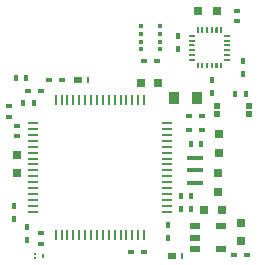
<source format=gtp>
G04 #@! TF.GenerationSoftware,KiCad,Pcbnew,(6.0.0-rc1-dev-1481-g5e705347b)*
G04 #@! TF.CreationDate,2019-02-23T13:38:53+00:00
G04 #@! TF.ProjectId,qUarkNano_9250,71556172-6b4e-4616-9e6f-5f393235302e,rev?*
G04 #@! TF.SameCoordinates,Original*
G04 #@! TF.FileFunction,Paste,Top*
G04 #@! TF.FilePolarity,Positive*
%FSLAX46Y46*%
G04 Gerber Fmt 4.6, Leading zero omitted, Abs format (unit mm)*
G04 Created by KiCad (PCBNEW (6.0.0-rc1-dev-1481-g5e705347b)) date 23/02/2019 13:38:53*
%MOMM*%
%LPD*%
G04 APERTURE LIST*
%ADD10R,0.756000X0.522000*%
%ADD11R,0.273600X0.522000*%
%ADD12R,0.450000X0.540000*%
%ADD13C,0.100000*%
%ADD14C,0.180000*%
%ADD15R,0.360000X0.540000*%
%ADD16R,0.540000X0.450000*%
%ADD17R,0.495000X0.495000*%
%ADD18R,0.225000X0.900000*%
%ADD19R,0.900000X0.225000*%
%ADD20R,1.440000X0.360000*%
%ADD21R,0.720000X0.720000*%
%ADD22R,0.540000X0.360000*%
%ADD23R,0.675000X0.720000*%
%ADD24R,0.720000X0.675000*%
%ADD25R,0.954000X0.585000*%
%ADD26R,0.450000X0.315000*%
%ADD27R,0.900000X1.125000*%
%ADD28R,0.225000X0.450000*%
%ADD29R,0.225000X0.135000*%
G04 APERTURE END LIST*
D10*
X141618420Y-92671900D03*
D11*
X142398396Y-92671900D03*
D10*
X149588024Y-107530900D03*
D11*
X150368000Y-107530900D03*
D12*
X150070801Y-88935201D03*
X150070801Y-90035201D03*
X152920801Y-93776800D03*
X152920801Y-92676800D03*
D13*
G36*
X151770212Y-88187918D02*
G01*
X151774580Y-88188566D01*
X151778864Y-88189639D01*
X151783022Y-88191126D01*
X151787014Y-88193015D01*
X151790802Y-88195285D01*
X151794349Y-88197916D01*
X151797621Y-88200881D01*
X151800586Y-88204153D01*
X151803217Y-88207700D01*
X151805487Y-88211488D01*
X151807376Y-88215480D01*
X151808863Y-88219638D01*
X151809936Y-88223922D01*
X151810584Y-88228290D01*
X151810801Y-88232701D01*
X151810801Y-88637701D01*
X151810584Y-88642112D01*
X151809936Y-88646480D01*
X151808863Y-88650764D01*
X151807376Y-88654922D01*
X151805487Y-88658914D01*
X151803217Y-88662702D01*
X151800586Y-88666249D01*
X151797621Y-88669521D01*
X151794349Y-88672486D01*
X151790802Y-88675117D01*
X151787014Y-88677387D01*
X151783022Y-88679276D01*
X151778864Y-88680763D01*
X151774580Y-88681836D01*
X151770212Y-88682484D01*
X151765801Y-88682701D01*
X151675801Y-88682701D01*
X151671390Y-88682484D01*
X151667022Y-88681836D01*
X151662738Y-88680763D01*
X151658580Y-88679276D01*
X151654588Y-88677387D01*
X151650800Y-88675117D01*
X151647253Y-88672486D01*
X151643981Y-88669521D01*
X151641016Y-88666249D01*
X151638385Y-88662702D01*
X151636115Y-88658914D01*
X151634226Y-88654922D01*
X151632739Y-88650764D01*
X151631666Y-88646480D01*
X151631018Y-88642112D01*
X151630801Y-88637701D01*
X151630801Y-88232701D01*
X151631018Y-88228290D01*
X151631666Y-88223922D01*
X151632739Y-88219638D01*
X151634226Y-88215480D01*
X151636115Y-88211488D01*
X151638385Y-88207700D01*
X151641016Y-88204153D01*
X151643981Y-88200881D01*
X151647253Y-88197916D01*
X151650800Y-88195285D01*
X151654588Y-88193015D01*
X151658580Y-88191126D01*
X151662738Y-88189639D01*
X151667022Y-88188566D01*
X151671390Y-88187918D01*
X151675801Y-88187701D01*
X151765801Y-88187701D01*
X151770212Y-88187918D01*
X151770212Y-88187918D01*
G37*
D14*
X151720801Y-88435201D03*
D13*
G36*
X152170212Y-88187918D02*
G01*
X152174580Y-88188566D01*
X152178864Y-88189639D01*
X152183022Y-88191126D01*
X152187014Y-88193015D01*
X152190802Y-88195285D01*
X152194349Y-88197916D01*
X152197621Y-88200881D01*
X152200586Y-88204153D01*
X152203217Y-88207700D01*
X152205487Y-88211488D01*
X152207376Y-88215480D01*
X152208863Y-88219638D01*
X152209936Y-88223922D01*
X152210584Y-88228290D01*
X152210801Y-88232701D01*
X152210801Y-88637701D01*
X152210584Y-88642112D01*
X152209936Y-88646480D01*
X152208863Y-88650764D01*
X152207376Y-88654922D01*
X152205487Y-88658914D01*
X152203217Y-88662702D01*
X152200586Y-88666249D01*
X152197621Y-88669521D01*
X152194349Y-88672486D01*
X152190802Y-88675117D01*
X152187014Y-88677387D01*
X152183022Y-88679276D01*
X152178864Y-88680763D01*
X152174580Y-88681836D01*
X152170212Y-88682484D01*
X152165801Y-88682701D01*
X152075801Y-88682701D01*
X152071390Y-88682484D01*
X152067022Y-88681836D01*
X152062738Y-88680763D01*
X152058580Y-88679276D01*
X152054588Y-88677387D01*
X152050800Y-88675117D01*
X152047253Y-88672486D01*
X152043981Y-88669521D01*
X152041016Y-88666249D01*
X152038385Y-88662702D01*
X152036115Y-88658914D01*
X152034226Y-88654922D01*
X152032739Y-88650764D01*
X152031666Y-88646480D01*
X152031018Y-88642112D01*
X152030801Y-88637701D01*
X152030801Y-88232701D01*
X152031018Y-88228290D01*
X152031666Y-88223922D01*
X152032739Y-88219638D01*
X152034226Y-88215480D01*
X152036115Y-88211488D01*
X152038385Y-88207700D01*
X152041016Y-88204153D01*
X152043981Y-88200881D01*
X152047253Y-88197916D01*
X152050800Y-88195285D01*
X152054588Y-88193015D01*
X152058580Y-88191126D01*
X152062738Y-88189639D01*
X152067022Y-88188566D01*
X152071390Y-88187918D01*
X152075801Y-88187701D01*
X152165801Y-88187701D01*
X152170212Y-88187918D01*
X152170212Y-88187918D01*
G37*
D14*
X152120801Y-88435201D03*
D13*
G36*
X152570212Y-88187918D02*
G01*
X152574580Y-88188566D01*
X152578864Y-88189639D01*
X152583022Y-88191126D01*
X152587014Y-88193015D01*
X152590802Y-88195285D01*
X152594349Y-88197916D01*
X152597621Y-88200881D01*
X152600586Y-88204153D01*
X152603217Y-88207700D01*
X152605487Y-88211488D01*
X152607376Y-88215480D01*
X152608863Y-88219638D01*
X152609936Y-88223922D01*
X152610584Y-88228290D01*
X152610801Y-88232701D01*
X152610801Y-88637701D01*
X152610584Y-88642112D01*
X152609936Y-88646480D01*
X152608863Y-88650764D01*
X152607376Y-88654922D01*
X152605487Y-88658914D01*
X152603217Y-88662702D01*
X152600586Y-88666249D01*
X152597621Y-88669521D01*
X152594349Y-88672486D01*
X152590802Y-88675117D01*
X152587014Y-88677387D01*
X152583022Y-88679276D01*
X152578864Y-88680763D01*
X152574580Y-88681836D01*
X152570212Y-88682484D01*
X152565801Y-88682701D01*
X152475801Y-88682701D01*
X152471390Y-88682484D01*
X152467022Y-88681836D01*
X152462738Y-88680763D01*
X152458580Y-88679276D01*
X152454588Y-88677387D01*
X152450800Y-88675117D01*
X152447253Y-88672486D01*
X152443981Y-88669521D01*
X152441016Y-88666249D01*
X152438385Y-88662702D01*
X152436115Y-88658914D01*
X152434226Y-88654922D01*
X152432739Y-88650764D01*
X152431666Y-88646480D01*
X152431018Y-88642112D01*
X152430801Y-88637701D01*
X152430801Y-88232701D01*
X152431018Y-88228290D01*
X152431666Y-88223922D01*
X152432739Y-88219638D01*
X152434226Y-88215480D01*
X152436115Y-88211488D01*
X152438385Y-88207700D01*
X152441016Y-88204153D01*
X152443981Y-88200881D01*
X152447253Y-88197916D01*
X152450800Y-88195285D01*
X152454588Y-88193015D01*
X152458580Y-88191126D01*
X152462738Y-88189639D01*
X152467022Y-88188566D01*
X152471390Y-88187918D01*
X152475801Y-88187701D01*
X152565801Y-88187701D01*
X152570212Y-88187918D01*
X152570212Y-88187918D01*
G37*
D14*
X152520801Y-88435201D03*
D13*
G36*
X152970212Y-88187918D02*
G01*
X152974580Y-88188566D01*
X152978864Y-88189639D01*
X152983022Y-88191126D01*
X152987014Y-88193015D01*
X152990802Y-88195285D01*
X152994349Y-88197916D01*
X152997621Y-88200881D01*
X153000586Y-88204153D01*
X153003217Y-88207700D01*
X153005487Y-88211488D01*
X153007376Y-88215480D01*
X153008863Y-88219638D01*
X153009936Y-88223922D01*
X153010584Y-88228290D01*
X153010801Y-88232701D01*
X153010801Y-88637701D01*
X153010584Y-88642112D01*
X153009936Y-88646480D01*
X153008863Y-88650764D01*
X153007376Y-88654922D01*
X153005487Y-88658914D01*
X153003217Y-88662702D01*
X153000586Y-88666249D01*
X152997621Y-88669521D01*
X152994349Y-88672486D01*
X152990802Y-88675117D01*
X152987014Y-88677387D01*
X152983022Y-88679276D01*
X152978864Y-88680763D01*
X152974580Y-88681836D01*
X152970212Y-88682484D01*
X152965801Y-88682701D01*
X152875801Y-88682701D01*
X152871390Y-88682484D01*
X152867022Y-88681836D01*
X152862738Y-88680763D01*
X152858580Y-88679276D01*
X152854588Y-88677387D01*
X152850800Y-88675117D01*
X152847253Y-88672486D01*
X152843981Y-88669521D01*
X152841016Y-88666249D01*
X152838385Y-88662702D01*
X152836115Y-88658914D01*
X152834226Y-88654922D01*
X152832739Y-88650764D01*
X152831666Y-88646480D01*
X152831018Y-88642112D01*
X152830801Y-88637701D01*
X152830801Y-88232701D01*
X152831018Y-88228290D01*
X152831666Y-88223922D01*
X152832739Y-88219638D01*
X152834226Y-88215480D01*
X152836115Y-88211488D01*
X152838385Y-88207700D01*
X152841016Y-88204153D01*
X152843981Y-88200881D01*
X152847253Y-88197916D01*
X152850800Y-88195285D01*
X152854588Y-88193015D01*
X152858580Y-88191126D01*
X152862738Y-88189639D01*
X152867022Y-88188566D01*
X152871390Y-88187918D01*
X152875801Y-88187701D01*
X152965801Y-88187701D01*
X152970212Y-88187918D01*
X152970212Y-88187918D01*
G37*
D14*
X152920801Y-88435201D03*
D13*
G36*
X153370212Y-88187918D02*
G01*
X153374580Y-88188566D01*
X153378864Y-88189639D01*
X153383022Y-88191126D01*
X153387014Y-88193015D01*
X153390802Y-88195285D01*
X153394349Y-88197916D01*
X153397621Y-88200881D01*
X153400586Y-88204153D01*
X153403217Y-88207700D01*
X153405487Y-88211488D01*
X153407376Y-88215480D01*
X153408863Y-88219638D01*
X153409936Y-88223922D01*
X153410584Y-88228290D01*
X153410801Y-88232701D01*
X153410801Y-88637701D01*
X153410584Y-88642112D01*
X153409936Y-88646480D01*
X153408863Y-88650764D01*
X153407376Y-88654922D01*
X153405487Y-88658914D01*
X153403217Y-88662702D01*
X153400586Y-88666249D01*
X153397621Y-88669521D01*
X153394349Y-88672486D01*
X153390802Y-88675117D01*
X153387014Y-88677387D01*
X153383022Y-88679276D01*
X153378864Y-88680763D01*
X153374580Y-88681836D01*
X153370212Y-88682484D01*
X153365801Y-88682701D01*
X153275801Y-88682701D01*
X153271390Y-88682484D01*
X153267022Y-88681836D01*
X153262738Y-88680763D01*
X153258580Y-88679276D01*
X153254588Y-88677387D01*
X153250800Y-88675117D01*
X153247253Y-88672486D01*
X153243981Y-88669521D01*
X153241016Y-88666249D01*
X153238385Y-88662702D01*
X153236115Y-88658914D01*
X153234226Y-88654922D01*
X153232739Y-88650764D01*
X153231666Y-88646480D01*
X153231018Y-88642112D01*
X153230801Y-88637701D01*
X153230801Y-88232701D01*
X153231018Y-88228290D01*
X153231666Y-88223922D01*
X153232739Y-88219638D01*
X153234226Y-88215480D01*
X153236115Y-88211488D01*
X153238385Y-88207700D01*
X153241016Y-88204153D01*
X153243981Y-88200881D01*
X153247253Y-88197916D01*
X153250800Y-88195285D01*
X153254588Y-88193015D01*
X153258580Y-88191126D01*
X153262738Y-88189639D01*
X153267022Y-88188566D01*
X153271390Y-88187918D01*
X153275801Y-88187701D01*
X153365801Y-88187701D01*
X153370212Y-88187918D01*
X153370212Y-88187918D01*
G37*
D14*
X153320801Y-88435201D03*
D13*
G36*
X153770212Y-88187918D02*
G01*
X153774580Y-88188566D01*
X153778864Y-88189639D01*
X153783022Y-88191126D01*
X153787014Y-88193015D01*
X153790802Y-88195285D01*
X153794349Y-88197916D01*
X153797621Y-88200881D01*
X153800586Y-88204153D01*
X153803217Y-88207700D01*
X153805487Y-88211488D01*
X153807376Y-88215480D01*
X153808863Y-88219638D01*
X153809936Y-88223922D01*
X153810584Y-88228290D01*
X153810801Y-88232701D01*
X153810801Y-88637701D01*
X153810584Y-88642112D01*
X153809936Y-88646480D01*
X153808863Y-88650764D01*
X153807376Y-88654922D01*
X153805487Y-88658914D01*
X153803217Y-88662702D01*
X153800586Y-88666249D01*
X153797621Y-88669521D01*
X153794349Y-88672486D01*
X153790802Y-88675117D01*
X153787014Y-88677387D01*
X153783022Y-88679276D01*
X153778864Y-88680763D01*
X153774580Y-88681836D01*
X153770212Y-88682484D01*
X153765801Y-88682701D01*
X153675801Y-88682701D01*
X153671390Y-88682484D01*
X153667022Y-88681836D01*
X153662738Y-88680763D01*
X153658580Y-88679276D01*
X153654588Y-88677387D01*
X153650800Y-88675117D01*
X153647253Y-88672486D01*
X153643981Y-88669521D01*
X153641016Y-88666249D01*
X153638385Y-88662702D01*
X153636115Y-88658914D01*
X153634226Y-88654922D01*
X153632739Y-88650764D01*
X153631666Y-88646480D01*
X153631018Y-88642112D01*
X153630801Y-88637701D01*
X153630801Y-88232701D01*
X153631018Y-88228290D01*
X153631666Y-88223922D01*
X153632739Y-88219638D01*
X153634226Y-88215480D01*
X153636115Y-88211488D01*
X153638385Y-88207700D01*
X153641016Y-88204153D01*
X153643981Y-88200881D01*
X153647253Y-88197916D01*
X153650800Y-88195285D01*
X153654588Y-88193015D01*
X153658580Y-88191126D01*
X153662738Y-88189639D01*
X153667022Y-88188566D01*
X153671390Y-88187918D01*
X153675801Y-88187701D01*
X153765801Y-88187701D01*
X153770212Y-88187918D01*
X153770212Y-88187918D01*
G37*
D14*
X153720801Y-88435201D03*
D13*
G36*
X154427712Y-88845418D02*
G01*
X154432080Y-88846066D01*
X154436364Y-88847139D01*
X154440522Y-88848626D01*
X154444514Y-88850515D01*
X154448302Y-88852785D01*
X154451849Y-88855416D01*
X154455121Y-88858381D01*
X154458086Y-88861653D01*
X154460717Y-88865200D01*
X154462987Y-88868988D01*
X154464876Y-88872980D01*
X154466363Y-88877138D01*
X154467436Y-88881422D01*
X154468084Y-88885790D01*
X154468301Y-88890201D01*
X154468301Y-88980201D01*
X154468084Y-88984612D01*
X154467436Y-88988980D01*
X154466363Y-88993264D01*
X154464876Y-88997422D01*
X154462987Y-89001414D01*
X154460717Y-89005202D01*
X154458086Y-89008749D01*
X154455121Y-89012021D01*
X154451849Y-89014986D01*
X154448302Y-89017617D01*
X154444514Y-89019887D01*
X154440522Y-89021776D01*
X154436364Y-89023263D01*
X154432080Y-89024336D01*
X154427712Y-89024984D01*
X154423301Y-89025201D01*
X154018301Y-89025201D01*
X154013890Y-89024984D01*
X154009522Y-89024336D01*
X154005238Y-89023263D01*
X154001080Y-89021776D01*
X153997088Y-89019887D01*
X153993300Y-89017617D01*
X153989753Y-89014986D01*
X153986481Y-89012021D01*
X153983516Y-89008749D01*
X153980885Y-89005202D01*
X153978615Y-89001414D01*
X153976726Y-88997422D01*
X153975239Y-88993264D01*
X153974166Y-88988980D01*
X153973518Y-88984612D01*
X153973301Y-88980201D01*
X153973301Y-88890201D01*
X153973518Y-88885790D01*
X153974166Y-88881422D01*
X153975239Y-88877138D01*
X153976726Y-88872980D01*
X153978615Y-88868988D01*
X153980885Y-88865200D01*
X153983516Y-88861653D01*
X153986481Y-88858381D01*
X153989753Y-88855416D01*
X153993300Y-88852785D01*
X153997088Y-88850515D01*
X154001080Y-88848626D01*
X154005238Y-88847139D01*
X154009522Y-88846066D01*
X154013890Y-88845418D01*
X154018301Y-88845201D01*
X154423301Y-88845201D01*
X154427712Y-88845418D01*
X154427712Y-88845418D01*
G37*
D14*
X154220801Y-88935201D03*
D13*
G36*
X154427712Y-89245418D02*
G01*
X154432080Y-89246066D01*
X154436364Y-89247139D01*
X154440522Y-89248626D01*
X154444514Y-89250515D01*
X154448302Y-89252785D01*
X154451849Y-89255416D01*
X154455121Y-89258381D01*
X154458086Y-89261653D01*
X154460717Y-89265200D01*
X154462987Y-89268988D01*
X154464876Y-89272980D01*
X154466363Y-89277138D01*
X154467436Y-89281422D01*
X154468084Y-89285790D01*
X154468301Y-89290201D01*
X154468301Y-89380201D01*
X154468084Y-89384612D01*
X154467436Y-89388980D01*
X154466363Y-89393264D01*
X154464876Y-89397422D01*
X154462987Y-89401414D01*
X154460717Y-89405202D01*
X154458086Y-89408749D01*
X154455121Y-89412021D01*
X154451849Y-89414986D01*
X154448302Y-89417617D01*
X154444514Y-89419887D01*
X154440522Y-89421776D01*
X154436364Y-89423263D01*
X154432080Y-89424336D01*
X154427712Y-89424984D01*
X154423301Y-89425201D01*
X154018301Y-89425201D01*
X154013890Y-89424984D01*
X154009522Y-89424336D01*
X154005238Y-89423263D01*
X154001080Y-89421776D01*
X153997088Y-89419887D01*
X153993300Y-89417617D01*
X153989753Y-89414986D01*
X153986481Y-89412021D01*
X153983516Y-89408749D01*
X153980885Y-89405202D01*
X153978615Y-89401414D01*
X153976726Y-89397422D01*
X153975239Y-89393264D01*
X153974166Y-89388980D01*
X153973518Y-89384612D01*
X153973301Y-89380201D01*
X153973301Y-89290201D01*
X153973518Y-89285790D01*
X153974166Y-89281422D01*
X153975239Y-89277138D01*
X153976726Y-89272980D01*
X153978615Y-89268988D01*
X153980885Y-89265200D01*
X153983516Y-89261653D01*
X153986481Y-89258381D01*
X153989753Y-89255416D01*
X153993300Y-89252785D01*
X153997088Y-89250515D01*
X154001080Y-89248626D01*
X154005238Y-89247139D01*
X154009522Y-89246066D01*
X154013890Y-89245418D01*
X154018301Y-89245201D01*
X154423301Y-89245201D01*
X154427712Y-89245418D01*
X154427712Y-89245418D01*
G37*
D14*
X154220801Y-89335201D03*
D13*
G36*
X154427712Y-89645418D02*
G01*
X154432080Y-89646066D01*
X154436364Y-89647139D01*
X154440522Y-89648626D01*
X154444514Y-89650515D01*
X154448302Y-89652785D01*
X154451849Y-89655416D01*
X154455121Y-89658381D01*
X154458086Y-89661653D01*
X154460717Y-89665200D01*
X154462987Y-89668988D01*
X154464876Y-89672980D01*
X154466363Y-89677138D01*
X154467436Y-89681422D01*
X154468084Y-89685790D01*
X154468301Y-89690201D01*
X154468301Y-89780201D01*
X154468084Y-89784612D01*
X154467436Y-89788980D01*
X154466363Y-89793264D01*
X154464876Y-89797422D01*
X154462987Y-89801414D01*
X154460717Y-89805202D01*
X154458086Y-89808749D01*
X154455121Y-89812021D01*
X154451849Y-89814986D01*
X154448302Y-89817617D01*
X154444514Y-89819887D01*
X154440522Y-89821776D01*
X154436364Y-89823263D01*
X154432080Y-89824336D01*
X154427712Y-89824984D01*
X154423301Y-89825201D01*
X154018301Y-89825201D01*
X154013890Y-89824984D01*
X154009522Y-89824336D01*
X154005238Y-89823263D01*
X154001080Y-89821776D01*
X153997088Y-89819887D01*
X153993300Y-89817617D01*
X153989753Y-89814986D01*
X153986481Y-89812021D01*
X153983516Y-89808749D01*
X153980885Y-89805202D01*
X153978615Y-89801414D01*
X153976726Y-89797422D01*
X153975239Y-89793264D01*
X153974166Y-89788980D01*
X153973518Y-89784612D01*
X153973301Y-89780201D01*
X153973301Y-89690201D01*
X153973518Y-89685790D01*
X153974166Y-89681422D01*
X153975239Y-89677138D01*
X153976726Y-89672980D01*
X153978615Y-89668988D01*
X153980885Y-89665200D01*
X153983516Y-89661653D01*
X153986481Y-89658381D01*
X153989753Y-89655416D01*
X153993300Y-89652785D01*
X153997088Y-89650515D01*
X154001080Y-89648626D01*
X154005238Y-89647139D01*
X154009522Y-89646066D01*
X154013890Y-89645418D01*
X154018301Y-89645201D01*
X154423301Y-89645201D01*
X154427712Y-89645418D01*
X154427712Y-89645418D01*
G37*
D14*
X154220801Y-89735201D03*
D13*
G36*
X154427712Y-90045418D02*
G01*
X154432080Y-90046066D01*
X154436364Y-90047139D01*
X154440522Y-90048626D01*
X154444514Y-90050515D01*
X154448302Y-90052785D01*
X154451849Y-90055416D01*
X154455121Y-90058381D01*
X154458086Y-90061653D01*
X154460717Y-90065200D01*
X154462987Y-90068988D01*
X154464876Y-90072980D01*
X154466363Y-90077138D01*
X154467436Y-90081422D01*
X154468084Y-90085790D01*
X154468301Y-90090201D01*
X154468301Y-90180201D01*
X154468084Y-90184612D01*
X154467436Y-90188980D01*
X154466363Y-90193264D01*
X154464876Y-90197422D01*
X154462987Y-90201414D01*
X154460717Y-90205202D01*
X154458086Y-90208749D01*
X154455121Y-90212021D01*
X154451849Y-90214986D01*
X154448302Y-90217617D01*
X154444514Y-90219887D01*
X154440522Y-90221776D01*
X154436364Y-90223263D01*
X154432080Y-90224336D01*
X154427712Y-90224984D01*
X154423301Y-90225201D01*
X154018301Y-90225201D01*
X154013890Y-90224984D01*
X154009522Y-90224336D01*
X154005238Y-90223263D01*
X154001080Y-90221776D01*
X153997088Y-90219887D01*
X153993300Y-90217617D01*
X153989753Y-90214986D01*
X153986481Y-90212021D01*
X153983516Y-90208749D01*
X153980885Y-90205202D01*
X153978615Y-90201414D01*
X153976726Y-90197422D01*
X153975239Y-90193264D01*
X153974166Y-90188980D01*
X153973518Y-90184612D01*
X153973301Y-90180201D01*
X153973301Y-90090201D01*
X153973518Y-90085790D01*
X153974166Y-90081422D01*
X153975239Y-90077138D01*
X153976726Y-90072980D01*
X153978615Y-90068988D01*
X153980885Y-90065200D01*
X153983516Y-90061653D01*
X153986481Y-90058381D01*
X153989753Y-90055416D01*
X153993300Y-90052785D01*
X153997088Y-90050515D01*
X154001080Y-90048626D01*
X154005238Y-90047139D01*
X154009522Y-90046066D01*
X154013890Y-90045418D01*
X154018301Y-90045201D01*
X154423301Y-90045201D01*
X154427712Y-90045418D01*
X154427712Y-90045418D01*
G37*
D14*
X154220801Y-90135201D03*
D13*
G36*
X154427712Y-90445418D02*
G01*
X154432080Y-90446066D01*
X154436364Y-90447139D01*
X154440522Y-90448626D01*
X154444514Y-90450515D01*
X154448302Y-90452785D01*
X154451849Y-90455416D01*
X154455121Y-90458381D01*
X154458086Y-90461653D01*
X154460717Y-90465200D01*
X154462987Y-90468988D01*
X154464876Y-90472980D01*
X154466363Y-90477138D01*
X154467436Y-90481422D01*
X154468084Y-90485790D01*
X154468301Y-90490201D01*
X154468301Y-90580201D01*
X154468084Y-90584612D01*
X154467436Y-90588980D01*
X154466363Y-90593264D01*
X154464876Y-90597422D01*
X154462987Y-90601414D01*
X154460717Y-90605202D01*
X154458086Y-90608749D01*
X154455121Y-90612021D01*
X154451849Y-90614986D01*
X154448302Y-90617617D01*
X154444514Y-90619887D01*
X154440522Y-90621776D01*
X154436364Y-90623263D01*
X154432080Y-90624336D01*
X154427712Y-90624984D01*
X154423301Y-90625201D01*
X154018301Y-90625201D01*
X154013890Y-90624984D01*
X154009522Y-90624336D01*
X154005238Y-90623263D01*
X154001080Y-90621776D01*
X153997088Y-90619887D01*
X153993300Y-90617617D01*
X153989753Y-90614986D01*
X153986481Y-90612021D01*
X153983516Y-90608749D01*
X153980885Y-90605202D01*
X153978615Y-90601414D01*
X153976726Y-90597422D01*
X153975239Y-90593264D01*
X153974166Y-90588980D01*
X153973518Y-90584612D01*
X153973301Y-90580201D01*
X153973301Y-90490201D01*
X153973518Y-90485790D01*
X153974166Y-90481422D01*
X153975239Y-90477138D01*
X153976726Y-90472980D01*
X153978615Y-90468988D01*
X153980885Y-90465200D01*
X153983516Y-90461653D01*
X153986481Y-90458381D01*
X153989753Y-90455416D01*
X153993300Y-90452785D01*
X153997088Y-90450515D01*
X154001080Y-90448626D01*
X154005238Y-90447139D01*
X154009522Y-90446066D01*
X154013890Y-90445418D01*
X154018301Y-90445201D01*
X154423301Y-90445201D01*
X154427712Y-90445418D01*
X154427712Y-90445418D01*
G37*
D14*
X154220801Y-90535201D03*
D13*
G36*
X154427712Y-90845418D02*
G01*
X154432080Y-90846066D01*
X154436364Y-90847139D01*
X154440522Y-90848626D01*
X154444514Y-90850515D01*
X154448302Y-90852785D01*
X154451849Y-90855416D01*
X154455121Y-90858381D01*
X154458086Y-90861653D01*
X154460717Y-90865200D01*
X154462987Y-90868988D01*
X154464876Y-90872980D01*
X154466363Y-90877138D01*
X154467436Y-90881422D01*
X154468084Y-90885790D01*
X154468301Y-90890201D01*
X154468301Y-90980201D01*
X154468084Y-90984612D01*
X154467436Y-90988980D01*
X154466363Y-90993264D01*
X154464876Y-90997422D01*
X154462987Y-91001414D01*
X154460717Y-91005202D01*
X154458086Y-91008749D01*
X154455121Y-91012021D01*
X154451849Y-91014986D01*
X154448302Y-91017617D01*
X154444514Y-91019887D01*
X154440522Y-91021776D01*
X154436364Y-91023263D01*
X154432080Y-91024336D01*
X154427712Y-91024984D01*
X154423301Y-91025201D01*
X154018301Y-91025201D01*
X154013890Y-91024984D01*
X154009522Y-91024336D01*
X154005238Y-91023263D01*
X154001080Y-91021776D01*
X153997088Y-91019887D01*
X153993300Y-91017617D01*
X153989753Y-91014986D01*
X153986481Y-91012021D01*
X153983516Y-91008749D01*
X153980885Y-91005202D01*
X153978615Y-91001414D01*
X153976726Y-90997422D01*
X153975239Y-90993264D01*
X153974166Y-90988980D01*
X153973518Y-90984612D01*
X153973301Y-90980201D01*
X153973301Y-90890201D01*
X153973518Y-90885790D01*
X153974166Y-90881422D01*
X153975239Y-90877138D01*
X153976726Y-90872980D01*
X153978615Y-90868988D01*
X153980885Y-90865200D01*
X153983516Y-90861653D01*
X153986481Y-90858381D01*
X153989753Y-90855416D01*
X153993300Y-90852785D01*
X153997088Y-90850515D01*
X154001080Y-90848626D01*
X154005238Y-90847139D01*
X154009522Y-90846066D01*
X154013890Y-90845418D01*
X154018301Y-90845201D01*
X154423301Y-90845201D01*
X154427712Y-90845418D01*
X154427712Y-90845418D01*
G37*
D14*
X154220801Y-90935201D03*
D13*
G36*
X153770212Y-91187918D02*
G01*
X153774580Y-91188566D01*
X153778864Y-91189639D01*
X153783022Y-91191126D01*
X153787014Y-91193015D01*
X153790802Y-91195285D01*
X153794349Y-91197916D01*
X153797621Y-91200881D01*
X153800586Y-91204153D01*
X153803217Y-91207700D01*
X153805487Y-91211488D01*
X153807376Y-91215480D01*
X153808863Y-91219638D01*
X153809936Y-91223922D01*
X153810584Y-91228290D01*
X153810801Y-91232701D01*
X153810801Y-91637701D01*
X153810584Y-91642112D01*
X153809936Y-91646480D01*
X153808863Y-91650764D01*
X153807376Y-91654922D01*
X153805487Y-91658914D01*
X153803217Y-91662702D01*
X153800586Y-91666249D01*
X153797621Y-91669521D01*
X153794349Y-91672486D01*
X153790802Y-91675117D01*
X153787014Y-91677387D01*
X153783022Y-91679276D01*
X153778864Y-91680763D01*
X153774580Y-91681836D01*
X153770212Y-91682484D01*
X153765801Y-91682701D01*
X153675801Y-91682701D01*
X153671390Y-91682484D01*
X153667022Y-91681836D01*
X153662738Y-91680763D01*
X153658580Y-91679276D01*
X153654588Y-91677387D01*
X153650800Y-91675117D01*
X153647253Y-91672486D01*
X153643981Y-91669521D01*
X153641016Y-91666249D01*
X153638385Y-91662702D01*
X153636115Y-91658914D01*
X153634226Y-91654922D01*
X153632739Y-91650764D01*
X153631666Y-91646480D01*
X153631018Y-91642112D01*
X153630801Y-91637701D01*
X153630801Y-91232701D01*
X153631018Y-91228290D01*
X153631666Y-91223922D01*
X153632739Y-91219638D01*
X153634226Y-91215480D01*
X153636115Y-91211488D01*
X153638385Y-91207700D01*
X153641016Y-91204153D01*
X153643981Y-91200881D01*
X153647253Y-91197916D01*
X153650800Y-91195285D01*
X153654588Y-91193015D01*
X153658580Y-91191126D01*
X153662738Y-91189639D01*
X153667022Y-91188566D01*
X153671390Y-91187918D01*
X153675801Y-91187701D01*
X153765801Y-91187701D01*
X153770212Y-91187918D01*
X153770212Y-91187918D01*
G37*
D14*
X153720801Y-91435201D03*
D13*
G36*
X153370212Y-91187918D02*
G01*
X153374580Y-91188566D01*
X153378864Y-91189639D01*
X153383022Y-91191126D01*
X153387014Y-91193015D01*
X153390802Y-91195285D01*
X153394349Y-91197916D01*
X153397621Y-91200881D01*
X153400586Y-91204153D01*
X153403217Y-91207700D01*
X153405487Y-91211488D01*
X153407376Y-91215480D01*
X153408863Y-91219638D01*
X153409936Y-91223922D01*
X153410584Y-91228290D01*
X153410801Y-91232701D01*
X153410801Y-91637701D01*
X153410584Y-91642112D01*
X153409936Y-91646480D01*
X153408863Y-91650764D01*
X153407376Y-91654922D01*
X153405487Y-91658914D01*
X153403217Y-91662702D01*
X153400586Y-91666249D01*
X153397621Y-91669521D01*
X153394349Y-91672486D01*
X153390802Y-91675117D01*
X153387014Y-91677387D01*
X153383022Y-91679276D01*
X153378864Y-91680763D01*
X153374580Y-91681836D01*
X153370212Y-91682484D01*
X153365801Y-91682701D01*
X153275801Y-91682701D01*
X153271390Y-91682484D01*
X153267022Y-91681836D01*
X153262738Y-91680763D01*
X153258580Y-91679276D01*
X153254588Y-91677387D01*
X153250800Y-91675117D01*
X153247253Y-91672486D01*
X153243981Y-91669521D01*
X153241016Y-91666249D01*
X153238385Y-91662702D01*
X153236115Y-91658914D01*
X153234226Y-91654922D01*
X153232739Y-91650764D01*
X153231666Y-91646480D01*
X153231018Y-91642112D01*
X153230801Y-91637701D01*
X153230801Y-91232701D01*
X153231018Y-91228290D01*
X153231666Y-91223922D01*
X153232739Y-91219638D01*
X153234226Y-91215480D01*
X153236115Y-91211488D01*
X153238385Y-91207700D01*
X153241016Y-91204153D01*
X153243981Y-91200881D01*
X153247253Y-91197916D01*
X153250800Y-91195285D01*
X153254588Y-91193015D01*
X153258580Y-91191126D01*
X153262738Y-91189639D01*
X153267022Y-91188566D01*
X153271390Y-91187918D01*
X153275801Y-91187701D01*
X153365801Y-91187701D01*
X153370212Y-91187918D01*
X153370212Y-91187918D01*
G37*
D14*
X153320801Y-91435201D03*
D13*
G36*
X152970212Y-91187918D02*
G01*
X152974580Y-91188566D01*
X152978864Y-91189639D01*
X152983022Y-91191126D01*
X152987014Y-91193015D01*
X152990802Y-91195285D01*
X152994349Y-91197916D01*
X152997621Y-91200881D01*
X153000586Y-91204153D01*
X153003217Y-91207700D01*
X153005487Y-91211488D01*
X153007376Y-91215480D01*
X153008863Y-91219638D01*
X153009936Y-91223922D01*
X153010584Y-91228290D01*
X153010801Y-91232701D01*
X153010801Y-91637701D01*
X153010584Y-91642112D01*
X153009936Y-91646480D01*
X153008863Y-91650764D01*
X153007376Y-91654922D01*
X153005487Y-91658914D01*
X153003217Y-91662702D01*
X153000586Y-91666249D01*
X152997621Y-91669521D01*
X152994349Y-91672486D01*
X152990802Y-91675117D01*
X152987014Y-91677387D01*
X152983022Y-91679276D01*
X152978864Y-91680763D01*
X152974580Y-91681836D01*
X152970212Y-91682484D01*
X152965801Y-91682701D01*
X152875801Y-91682701D01*
X152871390Y-91682484D01*
X152867022Y-91681836D01*
X152862738Y-91680763D01*
X152858580Y-91679276D01*
X152854588Y-91677387D01*
X152850800Y-91675117D01*
X152847253Y-91672486D01*
X152843981Y-91669521D01*
X152841016Y-91666249D01*
X152838385Y-91662702D01*
X152836115Y-91658914D01*
X152834226Y-91654922D01*
X152832739Y-91650764D01*
X152831666Y-91646480D01*
X152831018Y-91642112D01*
X152830801Y-91637701D01*
X152830801Y-91232701D01*
X152831018Y-91228290D01*
X152831666Y-91223922D01*
X152832739Y-91219638D01*
X152834226Y-91215480D01*
X152836115Y-91211488D01*
X152838385Y-91207700D01*
X152841016Y-91204153D01*
X152843981Y-91200881D01*
X152847253Y-91197916D01*
X152850800Y-91195285D01*
X152854588Y-91193015D01*
X152858580Y-91191126D01*
X152862738Y-91189639D01*
X152867022Y-91188566D01*
X152871390Y-91187918D01*
X152875801Y-91187701D01*
X152965801Y-91187701D01*
X152970212Y-91187918D01*
X152970212Y-91187918D01*
G37*
D14*
X152920801Y-91435201D03*
D13*
G36*
X152570212Y-91187918D02*
G01*
X152574580Y-91188566D01*
X152578864Y-91189639D01*
X152583022Y-91191126D01*
X152587014Y-91193015D01*
X152590802Y-91195285D01*
X152594349Y-91197916D01*
X152597621Y-91200881D01*
X152600586Y-91204153D01*
X152603217Y-91207700D01*
X152605487Y-91211488D01*
X152607376Y-91215480D01*
X152608863Y-91219638D01*
X152609936Y-91223922D01*
X152610584Y-91228290D01*
X152610801Y-91232701D01*
X152610801Y-91637701D01*
X152610584Y-91642112D01*
X152609936Y-91646480D01*
X152608863Y-91650764D01*
X152607376Y-91654922D01*
X152605487Y-91658914D01*
X152603217Y-91662702D01*
X152600586Y-91666249D01*
X152597621Y-91669521D01*
X152594349Y-91672486D01*
X152590802Y-91675117D01*
X152587014Y-91677387D01*
X152583022Y-91679276D01*
X152578864Y-91680763D01*
X152574580Y-91681836D01*
X152570212Y-91682484D01*
X152565801Y-91682701D01*
X152475801Y-91682701D01*
X152471390Y-91682484D01*
X152467022Y-91681836D01*
X152462738Y-91680763D01*
X152458580Y-91679276D01*
X152454588Y-91677387D01*
X152450800Y-91675117D01*
X152447253Y-91672486D01*
X152443981Y-91669521D01*
X152441016Y-91666249D01*
X152438385Y-91662702D01*
X152436115Y-91658914D01*
X152434226Y-91654922D01*
X152432739Y-91650764D01*
X152431666Y-91646480D01*
X152431018Y-91642112D01*
X152430801Y-91637701D01*
X152430801Y-91232701D01*
X152431018Y-91228290D01*
X152431666Y-91223922D01*
X152432739Y-91219638D01*
X152434226Y-91215480D01*
X152436115Y-91211488D01*
X152438385Y-91207700D01*
X152441016Y-91204153D01*
X152443981Y-91200881D01*
X152447253Y-91197916D01*
X152450800Y-91195285D01*
X152454588Y-91193015D01*
X152458580Y-91191126D01*
X152462738Y-91189639D01*
X152467022Y-91188566D01*
X152471390Y-91187918D01*
X152475801Y-91187701D01*
X152565801Y-91187701D01*
X152570212Y-91187918D01*
X152570212Y-91187918D01*
G37*
D14*
X152520801Y-91435201D03*
D13*
G36*
X152170212Y-91187918D02*
G01*
X152174580Y-91188566D01*
X152178864Y-91189639D01*
X152183022Y-91191126D01*
X152187014Y-91193015D01*
X152190802Y-91195285D01*
X152194349Y-91197916D01*
X152197621Y-91200881D01*
X152200586Y-91204153D01*
X152203217Y-91207700D01*
X152205487Y-91211488D01*
X152207376Y-91215480D01*
X152208863Y-91219638D01*
X152209936Y-91223922D01*
X152210584Y-91228290D01*
X152210801Y-91232701D01*
X152210801Y-91637701D01*
X152210584Y-91642112D01*
X152209936Y-91646480D01*
X152208863Y-91650764D01*
X152207376Y-91654922D01*
X152205487Y-91658914D01*
X152203217Y-91662702D01*
X152200586Y-91666249D01*
X152197621Y-91669521D01*
X152194349Y-91672486D01*
X152190802Y-91675117D01*
X152187014Y-91677387D01*
X152183022Y-91679276D01*
X152178864Y-91680763D01*
X152174580Y-91681836D01*
X152170212Y-91682484D01*
X152165801Y-91682701D01*
X152075801Y-91682701D01*
X152071390Y-91682484D01*
X152067022Y-91681836D01*
X152062738Y-91680763D01*
X152058580Y-91679276D01*
X152054588Y-91677387D01*
X152050800Y-91675117D01*
X152047253Y-91672486D01*
X152043981Y-91669521D01*
X152041016Y-91666249D01*
X152038385Y-91662702D01*
X152036115Y-91658914D01*
X152034226Y-91654922D01*
X152032739Y-91650764D01*
X152031666Y-91646480D01*
X152031018Y-91642112D01*
X152030801Y-91637701D01*
X152030801Y-91232701D01*
X152031018Y-91228290D01*
X152031666Y-91223922D01*
X152032739Y-91219638D01*
X152034226Y-91215480D01*
X152036115Y-91211488D01*
X152038385Y-91207700D01*
X152041016Y-91204153D01*
X152043981Y-91200881D01*
X152047253Y-91197916D01*
X152050800Y-91195285D01*
X152054588Y-91193015D01*
X152058580Y-91191126D01*
X152062738Y-91189639D01*
X152067022Y-91188566D01*
X152071390Y-91187918D01*
X152075801Y-91187701D01*
X152165801Y-91187701D01*
X152170212Y-91187918D01*
X152170212Y-91187918D01*
G37*
D14*
X152120801Y-91435201D03*
D13*
G36*
X151770212Y-91187918D02*
G01*
X151774580Y-91188566D01*
X151778864Y-91189639D01*
X151783022Y-91191126D01*
X151787014Y-91193015D01*
X151790802Y-91195285D01*
X151794349Y-91197916D01*
X151797621Y-91200881D01*
X151800586Y-91204153D01*
X151803217Y-91207700D01*
X151805487Y-91211488D01*
X151807376Y-91215480D01*
X151808863Y-91219638D01*
X151809936Y-91223922D01*
X151810584Y-91228290D01*
X151810801Y-91232701D01*
X151810801Y-91637701D01*
X151810584Y-91642112D01*
X151809936Y-91646480D01*
X151808863Y-91650764D01*
X151807376Y-91654922D01*
X151805487Y-91658914D01*
X151803217Y-91662702D01*
X151800586Y-91666249D01*
X151797621Y-91669521D01*
X151794349Y-91672486D01*
X151790802Y-91675117D01*
X151787014Y-91677387D01*
X151783022Y-91679276D01*
X151778864Y-91680763D01*
X151774580Y-91681836D01*
X151770212Y-91682484D01*
X151765801Y-91682701D01*
X151675801Y-91682701D01*
X151671390Y-91682484D01*
X151667022Y-91681836D01*
X151662738Y-91680763D01*
X151658580Y-91679276D01*
X151654588Y-91677387D01*
X151650800Y-91675117D01*
X151647253Y-91672486D01*
X151643981Y-91669521D01*
X151641016Y-91666249D01*
X151638385Y-91662702D01*
X151636115Y-91658914D01*
X151634226Y-91654922D01*
X151632739Y-91650764D01*
X151631666Y-91646480D01*
X151631018Y-91642112D01*
X151630801Y-91637701D01*
X151630801Y-91232701D01*
X151631018Y-91228290D01*
X151631666Y-91223922D01*
X151632739Y-91219638D01*
X151634226Y-91215480D01*
X151636115Y-91211488D01*
X151638385Y-91207700D01*
X151641016Y-91204153D01*
X151643981Y-91200881D01*
X151647253Y-91197916D01*
X151650800Y-91195285D01*
X151654588Y-91193015D01*
X151658580Y-91191126D01*
X151662738Y-91189639D01*
X151667022Y-91188566D01*
X151671390Y-91187918D01*
X151675801Y-91187701D01*
X151765801Y-91187701D01*
X151770212Y-91187918D01*
X151770212Y-91187918D01*
G37*
D14*
X151720801Y-91435201D03*
D13*
G36*
X151427712Y-90845418D02*
G01*
X151432080Y-90846066D01*
X151436364Y-90847139D01*
X151440522Y-90848626D01*
X151444514Y-90850515D01*
X151448302Y-90852785D01*
X151451849Y-90855416D01*
X151455121Y-90858381D01*
X151458086Y-90861653D01*
X151460717Y-90865200D01*
X151462987Y-90868988D01*
X151464876Y-90872980D01*
X151466363Y-90877138D01*
X151467436Y-90881422D01*
X151468084Y-90885790D01*
X151468301Y-90890201D01*
X151468301Y-90980201D01*
X151468084Y-90984612D01*
X151467436Y-90988980D01*
X151466363Y-90993264D01*
X151464876Y-90997422D01*
X151462987Y-91001414D01*
X151460717Y-91005202D01*
X151458086Y-91008749D01*
X151455121Y-91012021D01*
X151451849Y-91014986D01*
X151448302Y-91017617D01*
X151444514Y-91019887D01*
X151440522Y-91021776D01*
X151436364Y-91023263D01*
X151432080Y-91024336D01*
X151427712Y-91024984D01*
X151423301Y-91025201D01*
X151018301Y-91025201D01*
X151013890Y-91024984D01*
X151009522Y-91024336D01*
X151005238Y-91023263D01*
X151001080Y-91021776D01*
X150997088Y-91019887D01*
X150993300Y-91017617D01*
X150989753Y-91014986D01*
X150986481Y-91012021D01*
X150983516Y-91008749D01*
X150980885Y-91005202D01*
X150978615Y-91001414D01*
X150976726Y-90997422D01*
X150975239Y-90993264D01*
X150974166Y-90988980D01*
X150973518Y-90984612D01*
X150973301Y-90980201D01*
X150973301Y-90890201D01*
X150973518Y-90885790D01*
X150974166Y-90881422D01*
X150975239Y-90877138D01*
X150976726Y-90872980D01*
X150978615Y-90868988D01*
X150980885Y-90865200D01*
X150983516Y-90861653D01*
X150986481Y-90858381D01*
X150989753Y-90855416D01*
X150993300Y-90852785D01*
X150997088Y-90850515D01*
X151001080Y-90848626D01*
X151005238Y-90847139D01*
X151009522Y-90846066D01*
X151013890Y-90845418D01*
X151018301Y-90845201D01*
X151423301Y-90845201D01*
X151427712Y-90845418D01*
X151427712Y-90845418D01*
G37*
D14*
X151220801Y-90935201D03*
D13*
G36*
X151427712Y-90445418D02*
G01*
X151432080Y-90446066D01*
X151436364Y-90447139D01*
X151440522Y-90448626D01*
X151444514Y-90450515D01*
X151448302Y-90452785D01*
X151451849Y-90455416D01*
X151455121Y-90458381D01*
X151458086Y-90461653D01*
X151460717Y-90465200D01*
X151462987Y-90468988D01*
X151464876Y-90472980D01*
X151466363Y-90477138D01*
X151467436Y-90481422D01*
X151468084Y-90485790D01*
X151468301Y-90490201D01*
X151468301Y-90580201D01*
X151468084Y-90584612D01*
X151467436Y-90588980D01*
X151466363Y-90593264D01*
X151464876Y-90597422D01*
X151462987Y-90601414D01*
X151460717Y-90605202D01*
X151458086Y-90608749D01*
X151455121Y-90612021D01*
X151451849Y-90614986D01*
X151448302Y-90617617D01*
X151444514Y-90619887D01*
X151440522Y-90621776D01*
X151436364Y-90623263D01*
X151432080Y-90624336D01*
X151427712Y-90624984D01*
X151423301Y-90625201D01*
X151018301Y-90625201D01*
X151013890Y-90624984D01*
X151009522Y-90624336D01*
X151005238Y-90623263D01*
X151001080Y-90621776D01*
X150997088Y-90619887D01*
X150993300Y-90617617D01*
X150989753Y-90614986D01*
X150986481Y-90612021D01*
X150983516Y-90608749D01*
X150980885Y-90605202D01*
X150978615Y-90601414D01*
X150976726Y-90597422D01*
X150975239Y-90593264D01*
X150974166Y-90588980D01*
X150973518Y-90584612D01*
X150973301Y-90580201D01*
X150973301Y-90490201D01*
X150973518Y-90485790D01*
X150974166Y-90481422D01*
X150975239Y-90477138D01*
X150976726Y-90472980D01*
X150978615Y-90468988D01*
X150980885Y-90465200D01*
X150983516Y-90461653D01*
X150986481Y-90458381D01*
X150989753Y-90455416D01*
X150993300Y-90452785D01*
X150997088Y-90450515D01*
X151001080Y-90448626D01*
X151005238Y-90447139D01*
X151009522Y-90446066D01*
X151013890Y-90445418D01*
X151018301Y-90445201D01*
X151423301Y-90445201D01*
X151427712Y-90445418D01*
X151427712Y-90445418D01*
G37*
D14*
X151220801Y-90535201D03*
D13*
G36*
X151427712Y-90045418D02*
G01*
X151432080Y-90046066D01*
X151436364Y-90047139D01*
X151440522Y-90048626D01*
X151444514Y-90050515D01*
X151448302Y-90052785D01*
X151451849Y-90055416D01*
X151455121Y-90058381D01*
X151458086Y-90061653D01*
X151460717Y-90065200D01*
X151462987Y-90068988D01*
X151464876Y-90072980D01*
X151466363Y-90077138D01*
X151467436Y-90081422D01*
X151468084Y-90085790D01*
X151468301Y-90090201D01*
X151468301Y-90180201D01*
X151468084Y-90184612D01*
X151467436Y-90188980D01*
X151466363Y-90193264D01*
X151464876Y-90197422D01*
X151462987Y-90201414D01*
X151460717Y-90205202D01*
X151458086Y-90208749D01*
X151455121Y-90212021D01*
X151451849Y-90214986D01*
X151448302Y-90217617D01*
X151444514Y-90219887D01*
X151440522Y-90221776D01*
X151436364Y-90223263D01*
X151432080Y-90224336D01*
X151427712Y-90224984D01*
X151423301Y-90225201D01*
X151018301Y-90225201D01*
X151013890Y-90224984D01*
X151009522Y-90224336D01*
X151005238Y-90223263D01*
X151001080Y-90221776D01*
X150997088Y-90219887D01*
X150993300Y-90217617D01*
X150989753Y-90214986D01*
X150986481Y-90212021D01*
X150983516Y-90208749D01*
X150980885Y-90205202D01*
X150978615Y-90201414D01*
X150976726Y-90197422D01*
X150975239Y-90193264D01*
X150974166Y-90188980D01*
X150973518Y-90184612D01*
X150973301Y-90180201D01*
X150973301Y-90090201D01*
X150973518Y-90085790D01*
X150974166Y-90081422D01*
X150975239Y-90077138D01*
X150976726Y-90072980D01*
X150978615Y-90068988D01*
X150980885Y-90065200D01*
X150983516Y-90061653D01*
X150986481Y-90058381D01*
X150989753Y-90055416D01*
X150993300Y-90052785D01*
X150997088Y-90050515D01*
X151001080Y-90048626D01*
X151005238Y-90047139D01*
X151009522Y-90046066D01*
X151013890Y-90045418D01*
X151018301Y-90045201D01*
X151423301Y-90045201D01*
X151427712Y-90045418D01*
X151427712Y-90045418D01*
G37*
D14*
X151220801Y-90135201D03*
D13*
G36*
X151427712Y-89645418D02*
G01*
X151432080Y-89646066D01*
X151436364Y-89647139D01*
X151440522Y-89648626D01*
X151444514Y-89650515D01*
X151448302Y-89652785D01*
X151451849Y-89655416D01*
X151455121Y-89658381D01*
X151458086Y-89661653D01*
X151460717Y-89665200D01*
X151462987Y-89668988D01*
X151464876Y-89672980D01*
X151466363Y-89677138D01*
X151467436Y-89681422D01*
X151468084Y-89685790D01*
X151468301Y-89690201D01*
X151468301Y-89780201D01*
X151468084Y-89784612D01*
X151467436Y-89788980D01*
X151466363Y-89793264D01*
X151464876Y-89797422D01*
X151462987Y-89801414D01*
X151460717Y-89805202D01*
X151458086Y-89808749D01*
X151455121Y-89812021D01*
X151451849Y-89814986D01*
X151448302Y-89817617D01*
X151444514Y-89819887D01*
X151440522Y-89821776D01*
X151436364Y-89823263D01*
X151432080Y-89824336D01*
X151427712Y-89824984D01*
X151423301Y-89825201D01*
X151018301Y-89825201D01*
X151013890Y-89824984D01*
X151009522Y-89824336D01*
X151005238Y-89823263D01*
X151001080Y-89821776D01*
X150997088Y-89819887D01*
X150993300Y-89817617D01*
X150989753Y-89814986D01*
X150986481Y-89812021D01*
X150983516Y-89808749D01*
X150980885Y-89805202D01*
X150978615Y-89801414D01*
X150976726Y-89797422D01*
X150975239Y-89793264D01*
X150974166Y-89788980D01*
X150973518Y-89784612D01*
X150973301Y-89780201D01*
X150973301Y-89690201D01*
X150973518Y-89685790D01*
X150974166Y-89681422D01*
X150975239Y-89677138D01*
X150976726Y-89672980D01*
X150978615Y-89668988D01*
X150980885Y-89665200D01*
X150983516Y-89661653D01*
X150986481Y-89658381D01*
X150989753Y-89655416D01*
X150993300Y-89652785D01*
X150997088Y-89650515D01*
X151001080Y-89648626D01*
X151005238Y-89647139D01*
X151009522Y-89646066D01*
X151013890Y-89645418D01*
X151018301Y-89645201D01*
X151423301Y-89645201D01*
X151427712Y-89645418D01*
X151427712Y-89645418D01*
G37*
D14*
X151220801Y-89735201D03*
D13*
G36*
X151427712Y-89245418D02*
G01*
X151432080Y-89246066D01*
X151436364Y-89247139D01*
X151440522Y-89248626D01*
X151444514Y-89250515D01*
X151448302Y-89252785D01*
X151451849Y-89255416D01*
X151455121Y-89258381D01*
X151458086Y-89261653D01*
X151460717Y-89265200D01*
X151462987Y-89268988D01*
X151464876Y-89272980D01*
X151466363Y-89277138D01*
X151467436Y-89281422D01*
X151468084Y-89285790D01*
X151468301Y-89290201D01*
X151468301Y-89380201D01*
X151468084Y-89384612D01*
X151467436Y-89388980D01*
X151466363Y-89393264D01*
X151464876Y-89397422D01*
X151462987Y-89401414D01*
X151460717Y-89405202D01*
X151458086Y-89408749D01*
X151455121Y-89412021D01*
X151451849Y-89414986D01*
X151448302Y-89417617D01*
X151444514Y-89419887D01*
X151440522Y-89421776D01*
X151436364Y-89423263D01*
X151432080Y-89424336D01*
X151427712Y-89424984D01*
X151423301Y-89425201D01*
X151018301Y-89425201D01*
X151013890Y-89424984D01*
X151009522Y-89424336D01*
X151005238Y-89423263D01*
X151001080Y-89421776D01*
X150997088Y-89419887D01*
X150993300Y-89417617D01*
X150989753Y-89414986D01*
X150986481Y-89412021D01*
X150983516Y-89408749D01*
X150980885Y-89405202D01*
X150978615Y-89401414D01*
X150976726Y-89397422D01*
X150975239Y-89393264D01*
X150974166Y-89388980D01*
X150973518Y-89384612D01*
X150973301Y-89380201D01*
X150973301Y-89290201D01*
X150973518Y-89285790D01*
X150974166Y-89281422D01*
X150975239Y-89277138D01*
X150976726Y-89272980D01*
X150978615Y-89268988D01*
X150980885Y-89265200D01*
X150983516Y-89261653D01*
X150986481Y-89258381D01*
X150989753Y-89255416D01*
X150993300Y-89252785D01*
X150997088Y-89250515D01*
X151001080Y-89248626D01*
X151005238Y-89247139D01*
X151009522Y-89246066D01*
X151013890Y-89245418D01*
X151018301Y-89245201D01*
X151423301Y-89245201D01*
X151427712Y-89245418D01*
X151427712Y-89245418D01*
G37*
D14*
X151220801Y-89335201D03*
D13*
G36*
X151427712Y-88845418D02*
G01*
X151432080Y-88846066D01*
X151436364Y-88847139D01*
X151440522Y-88848626D01*
X151444514Y-88850515D01*
X151448302Y-88852785D01*
X151451849Y-88855416D01*
X151455121Y-88858381D01*
X151458086Y-88861653D01*
X151460717Y-88865200D01*
X151462987Y-88868988D01*
X151464876Y-88872980D01*
X151466363Y-88877138D01*
X151467436Y-88881422D01*
X151468084Y-88885790D01*
X151468301Y-88890201D01*
X151468301Y-88980201D01*
X151468084Y-88984612D01*
X151467436Y-88988980D01*
X151466363Y-88993264D01*
X151464876Y-88997422D01*
X151462987Y-89001414D01*
X151460717Y-89005202D01*
X151458086Y-89008749D01*
X151455121Y-89012021D01*
X151451849Y-89014986D01*
X151448302Y-89017617D01*
X151444514Y-89019887D01*
X151440522Y-89021776D01*
X151436364Y-89023263D01*
X151432080Y-89024336D01*
X151427712Y-89024984D01*
X151423301Y-89025201D01*
X151018301Y-89025201D01*
X151013890Y-89024984D01*
X151009522Y-89024336D01*
X151005238Y-89023263D01*
X151001080Y-89021776D01*
X150997088Y-89019887D01*
X150993300Y-89017617D01*
X150989753Y-89014986D01*
X150986481Y-89012021D01*
X150983516Y-89008749D01*
X150980885Y-89005202D01*
X150978615Y-89001414D01*
X150976726Y-88997422D01*
X150975239Y-88993264D01*
X150974166Y-88988980D01*
X150973518Y-88984612D01*
X150973301Y-88980201D01*
X150973301Y-88890201D01*
X150973518Y-88885790D01*
X150974166Y-88881422D01*
X150975239Y-88877138D01*
X150976726Y-88872980D01*
X150978615Y-88868988D01*
X150980885Y-88865200D01*
X150983516Y-88861653D01*
X150986481Y-88858381D01*
X150989753Y-88855416D01*
X150993300Y-88852785D01*
X150997088Y-88850515D01*
X151001080Y-88848626D01*
X151005238Y-88847139D01*
X151009522Y-88846066D01*
X151013890Y-88845418D01*
X151018301Y-88845201D01*
X151423301Y-88845201D01*
X151427712Y-88845418D01*
X151427712Y-88845418D01*
G37*
D14*
X151220801Y-88935201D03*
D15*
X137229000Y-92456000D03*
X136329000Y-92456000D03*
X137864000Y-94615000D03*
X136964000Y-94615000D03*
D16*
X152124500Y-96862900D03*
X151024500Y-96862900D03*
D17*
X153395100Y-94824200D03*
X153395100Y-95574200D03*
X156045100Y-95574200D03*
X156045100Y-94824200D03*
D16*
X139111900Y-92671900D03*
X140211900Y-92671900D03*
D12*
X136207500Y-104410600D03*
X136207500Y-103310600D03*
X155520801Y-91035201D03*
X155520801Y-92135201D03*
D18*
X147194200Y-105765400D03*
X146694200Y-105765400D03*
X146194200Y-105765400D03*
X145694200Y-105765400D03*
X145194200Y-105765400D03*
X144694200Y-105765400D03*
X144194200Y-105765400D03*
X143694200Y-105765400D03*
X143194200Y-105765400D03*
X142694200Y-105765400D03*
X142194200Y-105765400D03*
X141694200Y-105765400D03*
X141194200Y-105765400D03*
X140694200Y-105765400D03*
X140194200Y-105765400D03*
X139694200Y-105765400D03*
D19*
X137744200Y-103815400D03*
X137744200Y-103315400D03*
X137744200Y-102815400D03*
X137744200Y-102315400D03*
X137744200Y-101815400D03*
X137744200Y-101315400D03*
X137744200Y-100815400D03*
X137744200Y-100315400D03*
X137744200Y-99815400D03*
X137744200Y-99315400D03*
X137744200Y-98815400D03*
X137744200Y-98315400D03*
X137744200Y-97815400D03*
X137744200Y-97315400D03*
X137744200Y-96815400D03*
X137744200Y-96315400D03*
D18*
X139694200Y-94365400D03*
X140194200Y-94365400D03*
X140694200Y-94365400D03*
X141194200Y-94365400D03*
X141694200Y-94365400D03*
X142194200Y-94365400D03*
X142694200Y-94365400D03*
X143194200Y-94365400D03*
X143694200Y-94365400D03*
X144194200Y-94365400D03*
X144694200Y-94365400D03*
X145194200Y-94365400D03*
X145694200Y-94365400D03*
X146194200Y-94365400D03*
X146694200Y-94365400D03*
X147194200Y-94365400D03*
D19*
X149144200Y-96315400D03*
X149144200Y-96815400D03*
X149144200Y-97315400D03*
X149144200Y-97815400D03*
X149144200Y-98315400D03*
X149144200Y-98815400D03*
X149144200Y-99315400D03*
X149144200Y-99815400D03*
X149144200Y-100315400D03*
X149144200Y-100815400D03*
X149144200Y-101315400D03*
X149144200Y-101815400D03*
X149144200Y-102315400D03*
X149144200Y-102815400D03*
X149144200Y-103315400D03*
X149144200Y-103815400D03*
D20*
X151536400Y-99225100D03*
X151536400Y-100325056D03*
X151536400Y-101425126D03*
D21*
X153428700Y-102133300D03*
X153428700Y-100533300D03*
X153492200Y-98805800D03*
X153492200Y-97205800D03*
X151745801Y-86785201D03*
X153345801Y-86785201D03*
D15*
X150280800Y-103555800D03*
X151180800Y-103555800D03*
X151168100Y-102501700D03*
X150268100Y-102501700D03*
D22*
X155045801Y-86785201D03*
X155045801Y-87685201D03*
D15*
X151130000Y-98094800D03*
X152030000Y-98094800D03*
D23*
X155384500Y-104799000D03*
X155384500Y-106299000D03*
D16*
X155930600Y-107505500D03*
X154830600Y-107505500D03*
D24*
X152271600Y-103644700D03*
X153771600Y-103644700D03*
D25*
X153680300Y-105049100D03*
X153680300Y-106949100D03*
X151480300Y-106949100D03*
X151480300Y-105999100D03*
X151480300Y-105049100D03*
D16*
X148276400Y-91046300D03*
X147176400Y-91046300D03*
D26*
X146964600Y-90075300D03*
X148564600Y-88125300D03*
X148564600Y-88775300D03*
X148564600Y-89425300D03*
X146964600Y-88125300D03*
X146964600Y-88775300D03*
X146964600Y-89425300D03*
X148564600Y-90075300D03*
D15*
X155821800Y-93827600D03*
X154921800Y-93827600D03*
D22*
X135775700Y-94896100D03*
X135775700Y-95796100D03*
X136436100Y-97420000D03*
X136436100Y-96520000D03*
D24*
X146899500Y-92925900D03*
X148399500Y-92925900D03*
D16*
X146080300Y-107238800D03*
X147180300Y-107238800D03*
D12*
X137261600Y-105079800D03*
X137261600Y-106179800D03*
D16*
X137372000Y-93599000D03*
X138472000Y-93599000D03*
D12*
X149174200Y-104978200D03*
X149174200Y-106078200D03*
D23*
X136448800Y-99034600D03*
X136448800Y-100534600D03*
D16*
X152124500Y-95719900D03*
X151024500Y-95719900D03*
D27*
X149685500Y-94195900D03*
X151685500Y-94195900D03*
D28*
X138599000Y-107526308D03*
D29*
X137949004Y-107706294D03*
X137949000Y-107356308D03*
D22*
X138442700Y-105651300D03*
X138442700Y-106551300D03*
M02*

</source>
